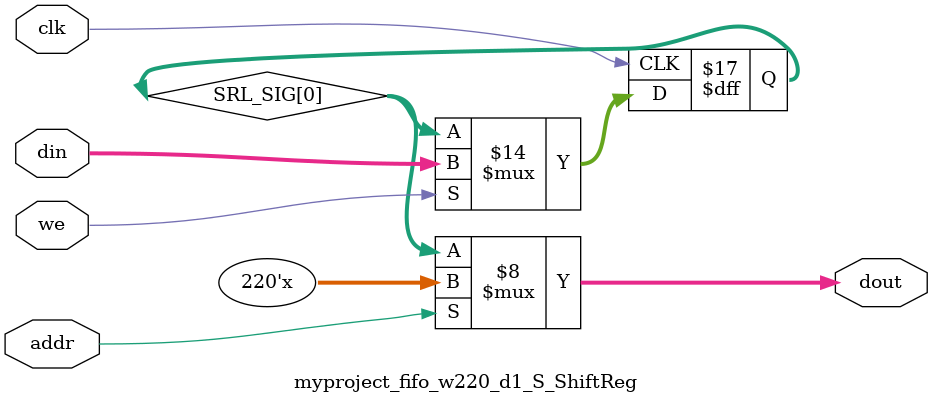
<source format=v>

`timescale 1ns/1ps

module myproject_fifo_w220_d1_S
#(parameter
    MEM_STYLE    = "shiftReg",
    DATA_WIDTH   = 220,
    ADDR_WIDTH   = 1,
    DEPTH        = 1)
(
    // system signal
    input  wire                  clk,
    input  wire                  reset,

    // write
    output wire                  if_full_n,
    input  wire                  if_write_ce,
    input  wire                  if_write,
    input  wire [DATA_WIDTH-1:0] if_din,
    
    // read 
    output wire [ADDR_WIDTH:0]   if_num_data_valid, // for FRP
    output wire [ADDR_WIDTH:0]   if_fifo_cap,       // for FRP

    output wire                  if_empty_n,
    input  wire                  if_read_ce,
    input  wire                  if_read,
    output wire [DATA_WIDTH-1:0] if_dout
);
//------------------------Parameter----------------------
localparam 
    SRL_DEPTH    = DEPTH,
    SRL_AWIDTH   = ADDR_WIDTH;
//------------------------Local signal-------------------
    reg  [SRL_AWIDTH-1:0] addr;
    wire                  push;
    wire                  pop;
    reg  [SRL_AWIDTH:0]   mOutPtr;
    reg                   empty_n = 1'b0;
    reg                   full_n = 1'b1; 

//------------------------Instantiation------------------
    myproject_fifo_w220_d1_S_ShiftReg 
    #(  .DATA_WIDTH (DATA_WIDTH),
        .ADDR_WIDTH (SRL_AWIDTH),
        .DEPTH      (SRL_DEPTH))
    U_myproject_fifo_w220_d1_S_ShiftReg (
        .clk        (clk),
        .we         (push),
        .addr       (addr),
        .din        (if_din),
        .dout       (if_dout)
    );
//------------------------Task and function--------------

//------------------------Body---------------------------
    // num_data_valid 
    assign if_num_data_valid = mOutPtr;
    assign if_fifo_cap       = DEPTH;

    // almost full/empty 

    // program full/empty 

    assign if_full_n  = full_n; 
    assign if_empty_n = empty_n;

    assign push       = full_n & if_write_ce & if_write;
    assign pop        = empty_n & if_read_ce & if_read;

    // addr
    always @(posedge clk) begin
        if (reset)
            addr <= {SRL_AWIDTH{1'b0}};
        else if (push & ~pop && empty_n)
            addr <= addr + 1'b1;
        else if (~push & pop && (mOutPtr != 1))
            addr <= addr - 1'b1;
    end

    // mOutPtr
    always @(posedge clk) begin
        if (reset)
            mOutPtr <= {SRL_AWIDTH+1{1'b0}};
        else if (push & ~pop)
            mOutPtr <= mOutPtr + 1'b1;
        else if (~push & pop)
            mOutPtr <= mOutPtr - 1'b1;
    end

    // full_n
    always @(posedge clk) begin
        if (reset)
            full_n <= 1'b1;
        else if ((push & ~pop) && (mOutPtr == DEPTH - 1))
            full_n <= 1'b0;
        else if (~push & pop)
            full_n <= 1'b1;
    end

    // empty_n
    always @(posedge clk) begin
        if (reset)
            empty_n <= 1'b0;
        else if (push & ~pop)
            empty_n <= 1'b1;
        else if ((~push & pop) && (mOutPtr == 1))
            empty_n <= 1'b0;
    end

    // almost_full_n 

    // almost_empty_n 

    // prog_full_n 
 
    // prog_empty_n 

endmodule  


module myproject_fifo_w220_d1_S_ShiftReg
#(parameter
    DATA_WIDTH  = 220,
    ADDR_WIDTH  = 1,
    DEPTH       = 1)
(
    input  wire                  clk,
    input  wire                  we,
    input  wire [ADDR_WIDTH-1:0] addr,
    input  wire [DATA_WIDTH-1:0] din,
    output wire [DATA_WIDTH-1:0] dout
);

    reg [DATA_WIDTH-1:0] SRL_SIG [0:DEPTH-1];
    integer i;

    always @(posedge clk) begin
        if (we) begin
            for (i=0; i<DEPTH-1; i=i+1)
                SRL_SIG[i+1] <= SRL_SIG[i];
            SRL_SIG[0] <= din;
        end
    end

    assign dout = SRL_SIG[addr];

endmodule
</source>
